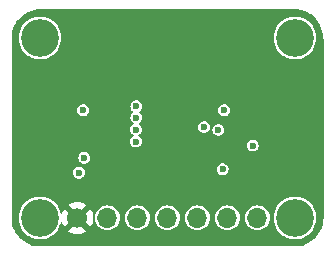
<source format=gbr>
%TF.GenerationSoftware,KiCad,Pcbnew,8.0.3-8.0.3-0~ubuntu23.10.1*%
%TF.CreationDate,2024-08-01T21:15:56-04:00*%
%TF.ProjectId,OPT4001,4f505434-3030-4312-9e6b-696361645f70,rev?*%
%TF.SameCoordinates,Original*%
%TF.FileFunction,Copper,L3,Inr*%
%TF.FilePolarity,Positive*%
%FSLAX46Y46*%
G04 Gerber Fmt 4.6, Leading zero omitted, Abs format (unit mm)*
G04 Created by KiCad (PCBNEW 8.0.3-8.0.3-0~ubuntu23.10.1) date 2024-08-01 21:15:56*
%MOMM*%
%LPD*%
G01*
G04 APERTURE LIST*
%TA.AperFunction,ComponentPad*%
%ADD10C,3.200000*%
%TD*%
%TA.AperFunction,ComponentPad*%
%ADD11O,1.700000X1.700000*%
%TD*%
%TA.AperFunction,ComponentPad*%
%ADD12C,1.700000*%
%TD*%
%TA.AperFunction,ViaPad*%
%ADD13C,0.600000*%
%TD*%
G04 APERTURE END LIST*
D10*
%TO.N,unconnected-(H1-Pad1)*%
%TO.C,H1*%
X108204000Y-87630000D03*
%TD*%
%TO.N,unconnected-(H4-Pad1)*%
%TO.C,H4*%
X129794000Y-87630000D03*
%TD*%
%TO.N,unconnected-(H3-Pad1)*%
%TO.C,H3*%
X108204000Y-102870000D03*
%TD*%
%TO.N,unconnected-(H2-Pad1)*%
%TO.C,H2*%
X129794000Y-102870000D03*
%TD*%
D11*
%TO.N,/INT*%
%TO.C,J3*%
X126614000Y-102870000D03*
%TO.N,GND*%
X124074000Y-102870000D03*
%TO.N,/SDA*%
X121534000Y-102870000D03*
%TO.N,/SCL*%
X118994000Y-102870000D03*
%TO.N,GND*%
X116454000Y-102870000D03*
%TO.N,+3.3V*%
X113914000Y-102870000D03*
D12*
%TO.N,VDD*%
X111374000Y-102870000D03*
%TD*%
D13*
%TO.N,GND*%
X111950000Y-97790000D03*
X116320000Y-96410000D03*
X116360000Y-93430000D03*
X126210000Y-96750000D03*
X111850000Y-93750000D03*
%TO.N,/SCL*%
X123310000Y-95430000D03*
X123800000Y-93750000D03*
%TO.N,VDD*%
X124580000Y-99790000D03*
X126210000Y-95750000D03*
X120420000Y-97310000D03*
X120450000Y-93190000D03*
X111850000Y-94750000D03*
X117350000Y-98740000D03*
%TO.N,/INT*%
X122100000Y-95180000D03*
X123660000Y-98740000D03*
%TO.N,+3.3V*%
X111500000Y-99040000D03*
X116370000Y-94380000D03*
%TO.N,Net-(JP1-B)*%
X116320000Y-95390000D03*
%TD*%
%TA.AperFunction,Conductor*%
%TO.N,VDD*%
G36*
X129766884Y-85207613D02*
G01*
X130052036Y-85224862D01*
X130059503Y-85225769D01*
X130338629Y-85276921D01*
X130345956Y-85278727D01*
X130544347Y-85340548D01*
X130616871Y-85363147D01*
X130623927Y-85365822D01*
X130882707Y-85482289D01*
X130889377Y-85485791D01*
X131044035Y-85579285D01*
X131132219Y-85632594D01*
X131138430Y-85636881D01*
X131361809Y-85811888D01*
X131367458Y-85816893D01*
X131568106Y-86017541D01*
X131573111Y-86023190D01*
X131748118Y-86246569D01*
X131752405Y-86252780D01*
X131899205Y-86495616D01*
X131902713Y-86502299D01*
X132019176Y-86761071D01*
X132021852Y-86768128D01*
X132106272Y-87039043D01*
X132108078Y-87046371D01*
X132159228Y-87325483D01*
X132160138Y-87332976D01*
X132175991Y-87595071D01*
X132175899Y-87597521D01*
X132177385Y-87621971D01*
X132177500Y-87625761D01*
X132177500Y-87649102D01*
X132177629Y-87649669D01*
X132190183Y-87675440D01*
X132190305Y-87675692D01*
X132200310Y-87696466D01*
X132206500Y-87723585D01*
X132206500Y-102868110D01*
X132206386Y-102871884D01*
X132189138Y-103157023D01*
X132188228Y-103164515D01*
X132137078Y-103443628D01*
X132135272Y-103450956D01*
X132050852Y-103721871D01*
X132048176Y-103728928D01*
X131931713Y-103987700D01*
X131928205Y-103994383D01*
X131781405Y-104237219D01*
X131777118Y-104243430D01*
X131602111Y-104466809D01*
X131597106Y-104472458D01*
X131396458Y-104673106D01*
X131390809Y-104678111D01*
X131167430Y-104853118D01*
X131161219Y-104857405D01*
X130918383Y-105004205D01*
X130911700Y-105007713D01*
X130652928Y-105124176D01*
X130645871Y-105126852D01*
X130374956Y-105211272D01*
X130367628Y-105213078D01*
X130088515Y-105264228D01*
X130081023Y-105265138D01*
X129795885Y-105282386D01*
X129792111Y-105282500D01*
X108205889Y-105282500D01*
X108202115Y-105282386D01*
X107916976Y-105265138D01*
X107909484Y-105264228D01*
X107630371Y-105213078D01*
X107623043Y-105211272D01*
X107352128Y-105126852D01*
X107345071Y-105124176D01*
X107086299Y-105007713D01*
X107079616Y-105004205D01*
X106836780Y-104857405D01*
X106830569Y-104853118D01*
X106607190Y-104678111D01*
X106601541Y-104673106D01*
X106400893Y-104472458D01*
X106395888Y-104466809D01*
X106220881Y-104243430D01*
X106216594Y-104237219D01*
X106209302Y-104225157D01*
X106069791Y-103994377D01*
X106066289Y-103987707D01*
X105949822Y-103728927D01*
X105947147Y-103721871D01*
X105862727Y-103450956D01*
X105860921Y-103443628D01*
X105847428Y-103370000D01*
X105809769Y-103164503D01*
X105808862Y-103157034D01*
X105791614Y-102871883D01*
X105791557Y-102869996D01*
X106398451Y-102869996D01*
X106398451Y-102870003D01*
X106418617Y-103139102D01*
X106418617Y-103139104D01*
X106478663Y-103402188D01*
X106478666Y-103402195D01*
X106577257Y-103653398D01*
X106712185Y-103887102D01*
X106712187Y-103887105D01*
X106712191Y-103887111D01*
X106880432Y-104098077D01*
X106880435Y-104098080D01*
X106880439Y-104098085D01*
X107078259Y-104281635D01*
X107078264Y-104281638D01*
X107078267Y-104281641D01*
X107219101Y-104377659D01*
X107301226Y-104433651D01*
X107544359Y-104550738D01*
X107684469Y-104593956D01*
X107802217Y-104630277D01*
X107802221Y-104630278D01*
X107802228Y-104630280D01*
X108069071Y-104670500D01*
X108069077Y-104670500D01*
X108338923Y-104670500D01*
X108338929Y-104670500D01*
X108605772Y-104630280D01*
X108863641Y-104550738D01*
X109106775Y-104433651D01*
X109329741Y-104281635D01*
X109527561Y-104098085D01*
X109695815Y-103887102D01*
X109830743Y-103653398D01*
X109929334Y-103402195D01*
X109936683Y-103370000D01*
X109960490Y-103265690D01*
X109988171Y-103226677D01*
X110035330Y-103218664D01*
X110074343Y-103246345D01*
X110081793Y-103263420D01*
X110100568Y-103333489D01*
X110200399Y-103547578D01*
X110259072Y-103631372D01*
X110259072Y-103631373D01*
X110891037Y-102999407D01*
X110908075Y-103062993D01*
X110973901Y-103177007D01*
X111066993Y-103270099D01*
X111181007Y-103335925D01*
X111244590Y-103352962D01*
X110612625Y-103984926D01*
X110696422Y-104043600D01*
X110696420Y-104043600D01*
X110910510Y-104143431D01*
X110910512Y-104143432D01*
X111138666Y-104204566D01*
X111138682Y-104204569D01*
X111373998Y-104225157D01*
X111374002Y-104225157D01*
X111609317Y-104204569D01*
X111609333Y-104204566D01*
X111837487Y-104143432D01*
X111837489Y-104143431D01*
X112051575Y-104043601D01*
X112135372Y-103984925D01*
X111503409Y-103352962D01*
X111566993Y-103335925D01*
X111681007Y-103270099D01*
X111774099Y-103177007D01*
X111839925Y-103062993D01*
X111856962Y-102999409D01*
X112488925Y-103631372D01*
X112547601Y-103547575D01*
X112647431Y-103333489D01*
X112647432Y-103333487D01*
X112708566Y-103105333D01*
X112708569Y-103105317D01*
X112729157Y-102870002D01*
X112729157Y-102869999D01*
X112858417Y-102869999D01*
X112858417Y-102870000D01*
X112878699Y-103075930D01*
X112878700Y-103075935D01*
X112938766Y-103273949D01*
X112938768Y-103273954D01*
X113036311Y-103456444D01*
X113036319Y-103456455D01*
X113167588Y-103616408D01*
X113167591Y-103616411D01*
X113212660Y-103653398D01*
X113327550Y-103747685D01*
X113327553Y-103747686D01*
X113327555Y-103747688D01*
X113402912Y-103787967D01*
X113510046Y-103845232D01*
X113708066Y-103905300D01*
X113914000Y-103925583D01*
X114119934Y-103905300D01*
X114317954Y-103845232D01*
X114500450Y-103747685D01*
X114660410Y-103616410D01*
X114791685Y-103456450D01*
X114889232Y-103273954D01*
X114949300Y-103075934D01*
X114969583Y-102870000D01*
X114969583Y-102869999D01*
X115398417Y-102869999D01*
X115398417Y-102870000D01*
X115418699Y-103075930D01*
X115418700Y-103075935D01*
X115478766Y-103273949D01*
X115478768Y-103273954D01*
X115576311Y-103456444D01*
X115576319Y-103456455D01*
X115707588Y-103616408D01*
X115707591Y-103616411D01*
X115752660Y-103653398D01*
X115867550Y-103747685D01*
X115867553Y-103747686D01*
X115867555Y-103747688D01*
X115942912Y-103787967D01*
X116050046Y-103845232D01*
X116248066Y-103905300D01*
X116454000Y-103925583D01*
X116659934Y-103905300D01*
X116857954Y-103845232D01*
X117040450Y-103747685D01*
X117200410Y-103616410D01*
X117331685Y-103456450D01*
X117429232Y-103273954D01*
X117489300Y-103075934D01*
X117509583Y-102870000D01*
X117509583Y-102869999D01*
X117938417Y-102869999D01*
X117938417Y-102870000D01*
X117958699Y-103075930D01*
X117958700Y-103075935D01*
X118018766Y-103273949D01*
X118018768Y-103273954D01*
X118116311Y-103456444D01*
X118116319Y-103456455D01*
X118247588Y-103616408D01*
X118247591Y-103616411D01*
X118292660Y-103653398D01*
X118407550Y-103747685D01*
X118407553Y-103747686D01*
X118407555Y-103747688D01*
X118482912Y-103787967D01*
X118590046Y-103845232D01*
X118788066Y-103905300D01*
X118994000Y-103925583D01*
X119199934Y-103905300D01*
X119397954Y-103845232D01*
X119580450Y-103747685D01*
X119740410Y-103616410D01*
X119871685Y-103456450D01*
X119969232Y-103273954D01*
X120029300Y-103075934D01*
X120049583Y-102870000D01*
X120049583Y-102869999D01*
X120478417Y-102869999D01*
X120478417Y-102870000D01*
X120498699Y-103075930D01*
X120498700Y-103075935D01*
X120558766Y-103273949D01*
X120558768Y-103273954D01*
X120656311Y-103456444D01*
X120656319Y-103456455D01*
X120787588Y-103616408D01*
X120787591Y-103616411D01*
X120832660Y-103653398D01*
X120947550Y-103747685D01*
X120947553Y-103747686D01*
X120947555Y-103747688D01*
X121022912Y-103787967D01*
X121130046Y-103845232D01*
X121328066Y-103905300D01*
X121534000Y-103925583D01*
X121739934Y-103905300D01*
X121937954Y-103845232D01*
X122120450Y-103747685D01*
X122280410Y-103616410D01*
X122411685Y-103456450D01*
X122509232Y-103273954D01*
X122569300Y-103075934D01*
X122589583Y-102870000D01*
X122589583Y-102869999D01*
X123018417Y-102869999D01*
X123018417Y-102870000D01*
X123038699Y-103075930D01*
X123038700Y-103075935D01*
X123098766Y-103273949D01*
X123098768Y-103273954D01*
X123196311Y-103456444D01*
X123196319Y-103456455D01*
X123327588Y-103616408D01*
X123327591Y-103616411D01*
X123372660Y-103653398D01*
X123487550Y-103747685D01*
X123487553Y-103747686D01*
X123487555Y-103747688D01*
X123562912Y-103787967D01*
X123670046Y-103845232D01*
X123868066Y-103905300D01*
X124074000Y-103925583D01*
X124279934Y-103905300D01*
X124477954Y-103845232D01*
X124660450Y-103747685D01*
X124820410Y-103616410D01*
X124951685Y-103456450D01*
X125049232Y-103273954D01*
X125109300Y-103075934D01*
X125129583Y-102870000D01*
X125129583Y-102869999D01*
X125558417Y-102869999D01*
X125558417Y-102870000D01*
X125578699Y-103075930D01*
X125578700Y-103075935D01*
X125638766Y-103273949D01*
X125638768Y-103273954D01*
X125736311Y-103456444D01*
X125736319Y-103456455D01*
X125867588Y-103616408D01*
X125867591Y-103616411D01*
X125912660Y-103653398D01*
X126027550Y-103747685D01*
X126027553Y-103747686D01*
X126027555Y-103747688D01*
X126102912Y-103787967D01*
X126210046Y-103845232D01*
X126408066Y-103905300D01*
X126614000Y-103925583D01*
X126819934Y-103905300D01*
X127017954Y-103845232D01*
X127200450Y-103747685D01*
X127360410Y-103616410D01*
X127491685Y-103456450D01*
X127589232Y-103273954D01*
X127649300Y-103075934D01*
X127669583Y-102870000D01*
X127669583Y-102869996D01*
X127988451Y-102869996D01*
X127988451Y-102870003D01*
X128008617Y-103139102D01*
X128008617Y-103139104D01*
X128068663Y-103402188D01*
X128068666Y-103402195D01*
X128167257Y-103653398D01*
X128302185Y-103887102D01*
X128302187Y-103887105D01*
X128302191Y-103887111D01*
X128470432Y-104098077D01*
X128470435Y-104098080D01*
X128470439Y-104098085D01*
X128668259Y-104281635D01*
X128668264Y-104281638D01*
X128668267Y-104281641D01*
X128809101Y-104377659D01*
X128891226Y-104433651D01*
X129134359Y-104550738D01*
X129274469Y-104593956D01*
X129392217Y-104630277D01*
X129392221Y-104630278D01*
X129392228Y-104630280D01*
X129659071Y-104670500D01*
X129659077Y-104670500D01*
X129928923Y-104670500D01*
X129928929Y-104670500D01*
X130195772Y-104630280D01*
X130453641Y-104550738D01*
X130696775Y-104433651D01*
X130919741Y-104281635D01*
X131117561Y-104098085D01*
X131285815Y-103887102D01*
X131420743Y-103653398D01*
X131519334Y-103402195D01*
X131526683Y-103370000D01*
X131551008Y-103263420D01*
X131579383Y-103139103D01*
X131599549Y-102870000D01*
X131599407Y-102868110D01*
X131594616Y-102804174D01*
X131579383Y-102600897D01*
X131535016Y-102406512D01*
X131519336Y-102337811D01*
X131498040Y-102283550D01*
X131420743Y-102086602D01*
X131285815Y-101852898D01*
X131285810Y-101852892D01*
X131285808Y-101852888D01*
X131117567Y-101641922D01*
X131117564Y-101641919D01*
X131117561Y-101641915D01*
X130919741Y-101458365D01*
X130919735Y-101458361D01*
X130919732Y-101458358D01*
X130696775Y-101306349D01*
X130453641Y-101189262D01*
X130453638Y-101189261D01*
X130453636Y-101189260D01*
X130453632Y-101189259D01*
X130195782Y-101109722D01*
X130195773Y-101109720D01*
X130062350Y-101089610D01*
X129928929Y-101069500D01*
X129659071Y-101069500D01*
X129392226Y-101109720D01*
X129392217Y-101109722D01*
X129134367Y-101189259D01*
X129134363Y-101189260D01*
X128891225Y-101306349D01*
X128668267Y-101458358D01*
X128668260Y-101458363D01*
X128668259Y-101458365D01*
X128470439Y-101641915D01*
X128470437Y-101641917D01*
X128470432Y-101641922D01*
X128302191Y-101852888D01*
X128167258Y-102086599D01*
X128068663Y-102337811D01*
X128008617Y-102600895D01*
X128008617Y-102600897D01*
X127988451Y-102869996D01*
X127669583Y-102869996D01*
X127649300Y-102664066D01*
X127589232Y-102466046D01*
X127491685Y-102283550D01*
X127360410Y-102123590D01*
X127342176Y-102108626D01*
X127200455Y-101992319D01*
X127200453Y-101992318D01*
X127200450Y-101992315D01*
X127200448Y-101992313D01*
X127200444Y-101992311D01*
X127017954Y-101894768D01*
X127017949Y-101894766D01*
X126819935Y-101834700D01*
X126819930Y-101834699D01*
X126614000Y-101814417D01*
X126408069Y-101834699D01*
X126408064Y-101834700D01*
X126210050Y-101894766D01*
X126210045Y-101894768D01*
X126027555Y-101992311D01*
X126027544Y-101992319D01*
X125867591Y-102123588D01*
X125867588Y-102123591D01*
X125736319Y-102283544D01*
X125736311Y-102283555D01*
X125638768Y-102466045D01*
X125638766Y-102466050D01*
X125578700Y-102664064D01*
X125578699Y-102664069D01*
X125558417Y-102869999D01*
X125129583Y-102869999D01*
X125109300Y-102664066D01*
X125049232Y-102466046D01*
X124951685Y-102283550D01*
X124820410Y-102123590D01*
X124802176Y-102108626D01*
X124660455Y-101992319D01*
X124660453Y-101992318D01*
X124660450Y-101992315D01*
X124660448Y-101992313D01*
X124660444Y-101992311D01*
X124477954Y-101894768D01*
X124477949Y-101894766D01*
X124279935Y-101834700D01*
X124279930Y-101834699D01*
X124074000Y-101814417D01*
X123868069Y-101834699D01*
X123868064Y-101834700D01*
X123670050Y-101894766D01*
X123670045Y-101894768D01*
X123487555Y-101992311D01*
X123487544Y-101992319D01*
X123327591Y-102123588D01*
X123327588Y-102123591D01*
X123196319Y-102283544D01*
X123196311Y-102283555D01*
X123098768Y-102466045D01*
X123098766Y-102466050D01*
X123038700Y-102664064D01*
X123038699Y-102664069D01*
X123018417Y-102869999D01*
X122589583Y-102869999D01*
X122569300Y-102664066D01*
X122509232Y-102466046D01*
X122411685Y-102283550D01*
X122280410Y-102123590D01*
X122262176Y-102108626D01*
X122120455Y-101992319D01*
X122120453Y-101992318D01*
X122120450Y-101992315D01*
X122120448Y-101992313D01*
X122120444Y-101992311D01*
X121937954Y-101894768D01*
X121937949Y-101894766D01*
X121739935Y-101834700D01*
X121739930Y-101834699D01*
X121534000Y-101814417D01*
X121328069Y-101834699D01*
X121328064Y-101834700D01*
X121130050Y-101894766D01*
X121130045Y-101894768D01*
X120947555Y-101992311D01*
X120947544Y-101992319D01*
X120787591Y-102123588D01*
X120787588Y-102123591D01*
X120656319Y-102283544D01*
X120656311Y-102283555D01*
X120558768Y-102466045D01*
X120558766Y-102466050D01*
X120498700Y-102664064D01*
X120498699Y-102664069D01*
X120478417Y-102869999D01*
X120049583Y-102869999D01*
X120029300Y-102664066D01*
X119969232Y-102466046D01*
X119871685Y-102283550D01*
X119740410Y-102123590D01*
X119722176Y-102108626D01*
X119580455Y-101992319D01*
X119580453Y-101992318D01*
X119580450Y-101992315D01*
X119580448Y-101992313D01*
X119580444Y-101992311D01*
X119397954Y-101894768D01*
X119397949Y-101894766D01*
X119199935Y-101834700D01*
X119199930Y-101834699D01*
X118994000Y-101814417D01*
X118788069Y-101834699D01*
X118788064Y-101834700D01*
X118590050Y-101894766D01*
X118590045Y-101894768D01*
X118407555Y-101992311D01*
X118407544Y-101992319D01*
X118247591Y-102123588D01*
X118247588Y-102123591D01*
X118116319Y-102283544D01*
X118116311Y-102283555D01*
X118018768Y-102466045D01*
X118018766Y-102466050D01*
X117958700Y-102664064D01*
X117958699Y-102664069D01*
X117938417Y-102869999D01*
X117509583Y-102869999D01*
X117489300Y-102664066D01*
X117429232Y-102466046D01*
X117331685Y-102283550D01*
X117200410Y-102123590D01*
X117182176Y-102108626D01*
X117040455Y-101992319D01*
X117040453Y-101992318D01*
X117040450Y-101992315D01*
X117040448Y-101992313D01*
X117040444Y-101992311D01*
X116857954Y-101894768D01*
X116857949Y-101894766D01*
X116659935Y-101834700D01*
X116659930Y-101834699D01*
X116454000Y-101814417D01*
X116248069Y-101834699D01*
X116248064Y-101834700D01*
X116050050Y-101894766D01*
X116050045Y-101894768D01*
X115867555Y-101992311D01*
X115867544Y-101992319D01*
X115707591Y-102123588D01*
X115707588Y-102123591D01*
X115576319Y-102283544D01*
X115576311Y-102283555D01*
X115478768Y-102466045D01*
X115478766Y-102466050D01*
X115418700Y-102664064D01*
X115418699Y-102664069D01*
X115398417Y-102869999D01*
X114969583Y-102869999D01*
X114949300Y-102664066D01*
X114889232Y-102466046D01*
X114791685Y-102283550D01*
X114660410Y-102123590D01*
X114642176Y-102108626D01*
X114500455Y-101992319D01*
X114500453Y-101992318D01*
X114500450Y-101992315D01*
X114500448Y-101992313D01*
X114500444Y-101992311D01*
X114317954Y-101894768D01*
X114317949Y-101894766D01*
X114119935Y-101834700D01*
X114119930Y-101834699D01*
X113914000Y-101814417D01*
X113708069Y-101834699D01*
X113708064Y-101834700D01*
X113510050Y-101894766D01*
X113510045Y-101894768D01*
X113327555Y-101992311D01*
X113327544Y-101992319D01*
X113167591Y-102123588D01*
X113167588Y-102123591D01*
X113036319Y-102283544D01*
X113036311Y-102283555D01*
X112938768Y-102466045D01*
X112938766Y-102466050D01*
X112878700Y-102664064D01*
X112878699Y-102664069D01*
X112858417Y-102869999D01*
X112729157Y-102869999D01*
X112729157Y-102869997D01*
X112708569Y-102634682D01*
X112708566Y-102634666D01*
X112647432Y-102406512D01*
X112647431Y-102406510D01*
X112547600Y-102192422D01*
X112488926Y-102108625D01*
X111856962Y-102740589D01*
X111839925Y-102677007D01*
X111774099Y-102562993D01*
X111681007Y-102469901D01*
X111566993Y-102404075D01*
X111503407Y-102387037D01*
X112135373Y-101755072D01*
X112051577Y-101696399D01*
X112051579Y-101696399D01*
X111837489Y-101596568D01*
X111837487Y-101596567D01*
X111609333Y-101535433D01*
X111609317Y-101535430D01*
X111374002Y-101514843D01*
X111373998Y-101514843D01*
X111138682Y-101535430D01*
X111138666Y-101535433D01*
X110910512Y-101596567D01*
X110910510Y-101596568D01*
X110696426Y-101696397D01*
X110612626Y-101755073D01*
X111244590Y-102387037D01*
X111181007Y-102404075D01*
X111066993Y-102469901D01*
X110973901Y-102562993D01*
X110908075Y-102677007D01*
X110891037Y-102740590D01*
X110259073Y-102108626D01*
X110200397Y-102192426D01*
X110100568Y-102406510D01*
X110081793Y-102476579D01*
X110052672Y-102514529D01*
X110005246Y-102520772D01*
X109967296Y-102491651D01*
X109960490Y-102474309D01*
X109929336Y-102337811D01*
X109908040Y-102283550D01*
X109830743Y-102086602D01*
X109695815Y-101852898D01*
X109695810Y-101852892D01*
X109695808Y-101852888D01*
X109527567Y-101641922D01*
X109527564Y-101641919D01*
X109527561Y-101641915D01*
X109329741Y-101458365D01*
X109329735Y-101458361D01*
X109329732Y-101458358D01*
X109106775Y-101306349D01*
X108863641Y-101189262D01*
X108863638Y-101189261D01*
X108863636Y-101189260D01*
X108863632Y-101189259D01*
X108605782Y-101109722D01*
X108605773Y-101109720D01*
X108472350Y-101089610D01*
X108338929Y-101069500D01*
X108069071Y-101069500D01*
X107802226Y-101109720D01*
X107802217Y-101109722D01*
X107544367Y-101189259D01*
X107544363Y-101189260D01*
X107301225Y-101306349D01*
X107078267Y-101458358D01*
X107078260Y-101458363D01*
X107078259Y-101458365D01*
X106880439Y-101641915D01*
X106880437Y-101641917D01*
X106880432Y-101641922D01*
X106712191Y-101852888D01*
X106577258Y-102086599D01*
X106478663Y-102337811D01*
X106418617Y-102600895D01*
X106418617Y-102600897D01*
X106398451Y-102869996D01*
X105791557Y-102869996D01*
X105791500Y-102868110D01*
X105791500Y-99040000D01*
X110994353Y-99040000D01*
X111014834Y-99182455D01*
X111074623Y-99313372D01*
X111074623Y-99313374D01*
X111168871Y-99422142D01*
X111168872Y-99422143D01*
X111289947Y-99499953D01*
X111289949Y-99499953D01*
X111289950Y-99499954D01*
X111428036Y-99540499D01*
X111428038Y-99540500D01*
X111428039Y-99540500D01*
X111571962Y-99540500D01*
X111571962Y-99540499D01*
X111710053Y-99499953D01*
X111831128Y-99422143D01*
X111925377Y-99313373D01*
X111985165Y-99182457D01*
X112005647Y-99040000D01*
X111985165Y-98897543D01*
X111925377Y-98766627D01*
X111925376Y-98766625D01*
X111902305Y-98740000D01*
X123154353Y-98740000D01*
X123174834Y-98882455D01*
X123234623Y-99013372D01*
X123234623Y-99013374D01*
X123257695Y-99040000D01*
X123328872Y-99122143D01*
X123449947Y-99199953D01*
X123449949Y-99199953D01*
X123449950Y-99199954D01*
X123588036Y-99240499D01*
X123588038Y-99240500D01*
X123588039Y-99240500D01*
X123731962Y-99240500D01*
X123731962Y-99240499D01*
X123870053Y-99199953D01*
X123991128Y-99122143D01*
X124085377Y-99013373D01*
X124145165Y-98882457D01*
X124165647Y-98740000D01*
X124145165Y-98597543D01*
X124085377Y-98466627D01*
X124085376Y-98466625D01*
X123991128Y-98357857D01*
X123870053Y-98280047D01*
X123870051Y-98280046D01*
X123870049Y-98280045D01*
X123731963Y-98239500D01*
X123731961Y-98239500D01*
X123588039Y-98239500D01*
X123588037Y-98239500D01*
X123449950Y-98280045D01*
X123328871Y-98357857D01*
X123234623Y-98466625D01*
X123234623Y-98466627D01*
X123174834Y-98597544D01*
X123154353Y-98740000D01*
X111902305Y-98740000D01*
X111831128Y-98657857D01*
X111710053Y-98580047D01*
X111710051Y-98580046D01*
X111710049Y-98580045D01*
X111571963Y-98539500D01*
X111571961Y-98539500D01*
X111428039Y-98539500D01*
X111428037Y-98539500D01*
X111289950Y-98580045D01*
X111168871Y-98657857D01*
X111074623Y-98766625D01*
X111074623Y-98766627D01*
X111014834Y-98897544D01*
X110994353Y-99040000D01*
X105791500Y-99040000D01*
X105791500Y-97790000D01*
X111444353Y-97790000D01*
X111464834Y-97932455D01*
X111524623Y-98063372D01*
X111524623Y-98063374D01*
X111618871Y-98172142D01*
X111618872Y-98172143D01*
X111739947Y-98249953D01*
X111739949Y-98249953D01*
X111739950Y-98249954D01*
X111878036Y-98290499D01*
X111878038Y-98290500D01*
X111878039Y-98290500D01*
X112021962Y-98290500D01*
X112021962Y-98290499D01*
X112160053Y-98249953D01*
X112281128Y-98172143D01*
X112375377Y-98063373D01*
X112435165Y-97932457D01*
X112455647Y-97790000D01*
X112435165Y-97647543D01*
X112375377Y-97516627D01*
X112375376Y-97516625D01*
X112281128Y-97407857D01*
X112160053Y-97330047D01*
X112160051Y-97330046D01*
X112160049Y-97330045D01*
X112021963Y-97289500D01*
X112021961Y-97289500D01*
X111878039Y-97289500D01*
X111878037Y-97289500D01*
X111739950Y-97330045D01*
X111618871Y-97407857D01*
X111524623Y-97516625D01*
X111524623Y-97516627D01*
X111464834Y-97647544D01*
X111444353Y-97790000D01*
X105791500Y-97790000D01*
X105791500Y-95390000D01*
X115814353Y-95390000D01*
X115834834Y-95532455D01*
X115834835Y-95532457D01*
X115883927Y-95639953D01*
X115894623Y-95663372D01*
X115894623Y-95663374D01*
X115988871Y-95772143D01*
X116051112Y-95812142D01*
X116106008Y-95847422D01*
X116133290Y-95886714D01*
X116124797Y-95933790D01*
X116106009Y-95952577D01*
X116076061Y-95971824D01*
X115988871Y-96027856D01*
X115894623Y-96136625D01*
X115894623Y-96136627D01*
X115834834Y-96267544D01*
X115814353Y-96410000D01*
X115834834Y-96552455D01*
X115894623Y-96683372D01*
X115894623Y-96683374D01*
X115952355Y-96750000D01*
X115988872Y-96792143D01*
X116109947Y-96869953D01*
X116186589Y-96892457D01*
X116248036Y-96910499D01*
X116248038Y-96910500D01*
X116248039Y-96910500D01*
X116391962Y-96910500D01*
X116391962Y-96910499D01*
X116530053Y-96869953D01*
X116651128Y-96792143D01*
X116687645Y-96750000D01*
X125704353Y-96750000D01*
X125724834Y-96892455D01*
X125784623Y-97023372D01*
X125784623Y-97023374D01*
X125878871Y-97132142D01*
X125878872Y-97132143D01*
X125999947Y-97209953D01*
X125999949Y-97209953D01*
X125999950Y-97209954D01*
X126138036Y-97250499D01*
X126138038Y-97250500D01*
X126138039Y-97250500D01*
X126281962Y-97250500D01*
X126281962Y-97250499D01*
X126420053Y-97209953D01*
X126541128Y-97132143D01*
X126635377Y-97023373D01*
X126695165Y-96892457D01*
X126715647Y-96750000D01*
X126695165Y-96607543D01*
X126635377Y-96476627D01*
X126635376Y-96476625D01*
X126541128Y-96367857D01*
X126420053Y-96290047D01*
X126420051Y-96290046D01*
X126420049Y-96290045D01*
X126281963Y-96249500D01*
X126281961Y-96249500D01*
X126138039Y-96249500D01*
X126138037Y-96249500D01*
X125999950Y-96290045D01*
X125878871Y-96367857D01*
X125784623Y-96476625D01*
X125784623Y-96476627D01*
X125724834Y-96607544D01*
X125704353Y-96750000D01*
X116687645Y-96750000D01*
X116745377Y-96683373D01*
X116805165Y-96552457D01*
X116825647Y-96410000D01*
X116805165Y-96267543D01*
X116745377Y-96136627D01*
X116745376Y-96136625D01*
X116651128Y-96027857D01*
X116651126Y-96027856D01*
X116533989Y-95952576D01*
X116506709Y-95913286D01*
X116515202Y-95866210D01*
X116533987Y-95847424D01*
X116651128Y-95772143D01*
X116745377Y-95663373D01*
X116805165Y-95532457D01*
X116825647Y-95390000D01*
X116805165Y-95247543D01*
X116774319Y-95180000D01*
X121594353Y-95180000D01*
X121614834Y-95322455D01*
X121674623Y-95453372D01*
X121674623Y-95453374D01*
X121743147Y-95532455D01*
X121768872Y-95562143D01*
X121889947Y-95639953D01*
X121889949Y-95639953D01*
X121889950Y-95639954D01*
X122028036Y-95680499D01*
X122028038Y-95680500D01*
X122028039Y-95680500D01*
X122171962Y-95680500D01*
X122171962Y-95680499D01*
X122310053Y-95639953D01*
X122431128Y-95562143D01*
X122525377Y-95453373D01*
X122536051Y-95430000D01*
X122804353Y-95430000D01*
X122824834Y-95572455D01*
X122824835Y-95572457D01*
X122866355Y-95663373D01*
X122884623Y-95703372D01*
X122884623Y-95703374D01*
X122944211Y-95772142D01*
X122978872Y-95812143D01*
X123099947Y-95889953D01*
X123099949Y-95889953D01*
X123099950Y-95889954D01*
X123238036Y-95930499D01*
X123238038Y-95930500D01*
X123238039Y-95930500D01*
X123381962Y-95930500D01*
X123381962Y-95930499D01*
X123520053Y-95889953D01*
X123641128Y-95812143D01*
X123735377Y-95703373D01*
X123795165Y-95572457D01*
X123815647Y-95430000D01*
X123795165Y-95287543D01*
X123735377Y-95156627D01*
X123735376Y-95156625D01*
X123641128Y-95047857D01*
X123625079Y-95037543D01*
X123520053Y-94970047D01*
X123520051Y-94970046D01*
X123520049Y-94970045D01*
X123381963Y-94929500D01*
X123381961Y-94929500D01*
X123238039Y-94929500D01*
X123238037Y-94929500D01*
X123099950Y-94970045D01*
X122978871Y-95047857D01*
X122884623Y-95156625D01*
X122884623Y-95156627D01*
X122824834Y-95287544D01*
X122804353Y-95430000D01*
X122536051Y-95430000D01*
X122585165Y-95322457D01*
X122605647Y-95180000D01*
X122585165Y-95037543D01*
X122525377Y-94906627D01*
X122525376Y-94906625D01*
X122431128Y-94797857D01*
X122375559Y-94762145D01*
X122310053Y-94720047D01*
X122310051Y-94720046D01*
X122310049Y-94720045D01*
X122171963Y-94679500D01*
X122171961Y-94679500D01*
X122028039Y-94679500D01*
X122028037Y-94679500D01*
X121889950Y-94720045D01*
X121768871Y-94797857D01*
X121674623Y-94906625D01*
X121674623Y-94906627D01*
X121614834Y-95037544D01*
X121594353Y-95180000D01*
X116774319Y-95180000D01*
X116745377Y-95116627D01*
X116745376Y-95116625D01*
X116651126Y-95007854D01*
X116564639Y-94952273D01*
X116537357Y-94912980D01*
X116545851Y-94865905D01*
X116576509Y-94842959D01*
X116575985Y-94841811D01*
X116580047Y-94839955D01*
X116580047Y-94839954D01*
X116580053Y-94839953D01*
X116701128Y-94762143D01*
X116795377Y-94653373D01*
X116855165Y-94522457D01*
X116875647Y-94380000D01*
X116855165Y-94237543D01*
X116795377Y-94106627D01*
X116795376Y-94106625D01*
X116701126Y-93997854D01*
X116633453Y-93954364D01*
X116606171Y-93915071D01*
X116614665Y-93867996D01*
X116633451Y-93849209D01*
X116691128Y-93812143D01*
X116744975Y-93750000D01*
X123294353Y-93750000D01*
X123314834Y-93892455D01*
X123314835Y-93892457D01*
X123346042Y-93960791D01*
X123374623Y-94023372D01*
X123374623Y-94023374D01*
X123446762Y-94106627D01*
X123468872Y-94132143D01*
X123589947Y-94209953D01*
X123683914Y-94237544D01*
X123728036Y-94250499D01*
X123728038Y-94250500D01*
X123728039Y-94250500D01*
X123871962Y-94250500D01*
X123871962Y-94250499D01*
X124010053Y-94209953D01*
X124131128Y-94132143D01*
X124225377Y-94023373D01*
X124285165Y-93892457D01*
X124305647Y-93750000D01*
X124285165Y-93607543D01*
X124225377Y-93476627D01*
X124225376Y-93476625D01*
X124131128Y-93367857D01*
X124010053Y-93290047D01*
X124010051Y-93290046D01*
X124010049Y-93290045D01*
X123871963Y-93249500D01*
X123871961Y-93249500D01*
X123728039Y-93249500D01*
X123728037Y-93249500D01*
X123589950Y-93290045D01*
X123468871Y-93367857D01*
X123374623Y-93476625D01*
X123374623Y-93476627D01*
X123314834Y-93607544D01*
X123294353Y-93750000D01*
X116744975Y-93750000D01*
X116785377Y-93703373D01*
X116845165Y-93572457D01*
X116865647Y-93430000D01*
X116845165Y-93287543D01*
X116785377Y-93156627D01*
X116785376Y-93156625D01*
X116691128Y-93047857D01*
X116570053Y-92970047D01*
X116570051Y-92970046D01*
X116570049Y-92970045D01*
X116431963Y-92929500D01*
X116431961Y-92929500D01*
X116288039Y-92929500D01*
X116288037Y-92929500D01*
X116149950Y-92970045D01*
X116028871Y-93047857D01*
X115934623Y-93156625D01*
X115934623Y-93156627D01*
X115874834Y-93287544D01*
X115854353Y-93430000D01*
X115874834Y-93572455D01*
X115934623Y-93703372D01*
X115934623Y-93703374D01*
X116028871Y-93812143D01*
X116073149Y-93840598D01*
X116096546Y-93855634D01*
X116123828Y-93894927D01*
X116115335Y-93942003D01*
X116096546Y-93960791D01*
X116038873Y-93997854D01*
X115944623Y-94106625D01*
X115944623Y-94106627D01*
X115884834Y-94237544D01*
X115864353Y-94380000D01*
X115884834Y-94522455D01*
X115944623Y-94653372D01*
X115944623Y-94653374D01*
X116038873Y-94762145D01*
X116125360Y-94817726D01*
X116152642Y-94857018D01*
X116144148Y-94904094D01*
X116113492Y-94927045D01*
X116114015Y-94928189D01*
X116109952Y-94930044D01*
X115988871Y-95007857D01*
X115894623Y-95116625D01*
X115894623Y-95116627D01*
X115834834Y-95247544D01*
X115814353Y-95390000D01*
X105791500Y-95390000D01*
X105791500Y-93750000D01*
X111344353Y-93750000D01*
X111364834Y-93892455D01*
X111364835Y-93892457D01*
X111396042Y-93960791D01*
X111424623Y-94023372D01*
X111424623Y-94023374D01*
X111496762Y-94106627D01*
X111518872Y-94132143D01*
X111639947Y-94209953D01*
X111733914Y-94237544D01*
X111778036Y-94250499D01*
X111778038Y-94250500D01*
X111778039Y-94250500D01*
X111921962Y-94250500D01*
X111921962Y-94250499D01*
X112060053Y-94209953D01*
X112181128Y-94132143D01*
X112275377Y-94023373D01*
X112335165Y-93892457D01*
X112355647Y-93750000D01*
X112335165Y-93607543D01*
X112275377Y-93476627D01*
X112275376Y-93476625D01*
X112181128Y-93367857D01*
X112060053Y-93290047D01*
X112060051Y-93290046D01*
X112060049Y-93290045D01*
X111921963Y-93249500D01*
X111921961Y-93249500D01*
X111778039Y-93249500D01*
X111778037Y-93249500D01*
X111639950Y-93290045D01*
X111518871Y-93367857D01*
X111424623Y-93476625D01*
X111424623Y-93476627D01*
X111364834Y-93607544D01*
X111344353Y-93750000D01*
X105791500Y-93750000D01*
X105791500Y-87629996D01*
X106398451Y-87629996D01*
X106398451Y-87630003D01*
X106418617Y-87899102D01*
X106418617Y-87899104D01*
X106478663Y-88162188D01*
X106478666Y-88162195D01*
X106577257Y-88413398D01*
X106712185Y-88647102D01*
X106712187Y-88647105D01*
X106712191Y-88647111D01*
X106880432Y-88858077D01*
X106880435Y-88858080D01*
X106880439Y-88858085D01*
X107078259Y-89041635D01*
X107078264Y-89041638D01*
X107078267Y-89041641D01*
X107219101Y-89137659D01*
X107301226Y-89193651D01*
X107544359Y-89310738D01*
X107684469Y-89353956D01*
X107802217Y-89390277D01*
X107802221Y-89390278D01*
X107802228Y-89390280D01*
X108069071Y-89430500D01*
X108069077Y-89430500D01*
X108338923Y-89430500D01*
X108338929Y-89430500D01*
X108605772Y-89390280D01*
X108863641Y-89310738D01*
X109106775Y-89193651D01*
X109329741Y-89041635D01*
X109527561Y-88858085D01*
X109695815Y-88647102D01*
X109830743Y-88413398D01*
X109929334Y-88162195D01*
X109989383Y-87899103D01*
X110009549Y-87630000D01*
X110009549Y-87629996D01*
X127988451Y-87629996D01*
X127988451Y-87630003D01*
X128008617Y-87899102D01*
X128008617Y-87899104D01*
X128068663Y-88162188D01*
X128068666Y-88162195D01*
X128167257Y-88413398D01*
X128302185Y-88647102D01*
X128302187Y-88647105D01*
X128302191Y-88647111D01*
X128470432Y-88858077D01*
X128470435Y-88858080D01*
X128470439Y-88858085D01*
X128668259Y-89041635D01*
X128668264Y-89041638D01*
X128668267Y-89041641D01*
X128809101Y-89137659D01*
X128891226Y-89193651D01*
X129134359Y-89310738D01*
X129274469Y-89353956D01*
X129392217Y-89390277D01*
X129392221Y-89390278D01*
X129392228Y-89390280D01*
X129659071Y-89430500D01*
X129659077Y-89430500D01*
X129928923Y-89430500D01*
X129928929Y-89430500D01*
X130195772Y-89390280D01*
X130453641Y-89310738D01*
X130696775Y-89193651D01*
X130919741Y-89041635D01*
X131117561Y-88858085D01*
X131285815Y-88647102D01*
X131420743Y-88413398D01*
X131519334Y-88162195D01*
X131579383Y-87899103D01*
X131599549Y-87630000D01*
X131599231Y-87625761D01*
X131593323Y-87546919D01*
X131579383Y-87360897D01*
X131551305Y-87237881D01*
X131519336Y-87097811D01*
X131496271Y-87039043D01*
X131420743Y-86846602D01*
X131285815Y-86612898D01*
X131285810Y-86612892D01*
X131285808Y-86612888D01*
X131117567Y-86401922D01*
X131117564Y-86401919D01*
X131117561Y-86401915D01*
X130919741Y-86218365D01*
X130919735Y-86218361D01*
X130919732Y-86218358D01*
X130696775Y-86066349D01*
X130607154Y-86023190D01*
X130453641Y-85949262D01*
X130453638Y-85949261D01*
X130453636Y-85949260D01*
X130453632Y-85949259D01*
X130195782Y-85869722D01*
X130195773Y-85869720D01*
X129996734Y-85839720D01*
X129928929Y-85829500D01*
X129659071Y-85829500D01*
X129392226Y-85869720D01*
X129392217Y-85869722D01*
X129134367Y-85949259D01*
X129134363Y-85949260D01*
X128891225Y-86066349D01*
X128668267Y-86218358D01*
X128668260Y-86218363D01*
X128668259Y-86218365D01*
X128470439Y-86401915D01*
X128470437Y-86401917D01*
X128470432Y-86401922D01*
X128302191Y-86612888D01*
X128167258Y-86846599D01*
X128068663Y-87097811D01*
X128008617Y-87360895D01*
X128008617Y-87360897D01*
X127988451Y-87629996D01*
X110009549Y-87629996D01*
X110009231Y-87625761D01*
X110003323Y-87546919D01*
X109989383Y-87360897D01*
X109961305Y-87237881D01*
X109929336Y-87097811D01*
X109906271Y-87039043D01*
X109830743Y-86846602D01*
X109695815Y-86612898D01*
X109695810Y-86612892D01*
X109695808Y-86612888D01*
X109527567Y-86401922D01*
X109527564Y-86401919D01*
X109527561Y-86401915D01*
X109329741Y-86218365D01*
X109329735Y-86218361D01*
X109329732Y-86218358D01*
X109106775Y-86066349D01*
X109017154Y-86023190D01*
X108863641Y-85949262D01*
X108863638Y-85949261D01*
X108863636Y-85949260D01*
X108863632Y-85949259D01*
X108605782Y-85869722D01*
X108605773Y-85869720D01*
X108406734Y-85839720D01*
X108338929Y-85829500D01*
X108069071Y-85829500D01*
X107802226Y-85869720D01*
X107802217Y-85869722D01*
X107544367Y-85949259D01*
X107544363Y-85949260D01*
X107301225Y-86066349D01*
X107078267Y-86218358D01*
X107078260Y-86218363D01*
X107078259Y-86218365D01*
X106880439Y-86401915D01*
X106880437Y-86401917D01*
X106880432Y-86401922D01*
X106712191Y-86612888D01*
X106577258Y-86846599D01*
X106478663Y-87097811D01*
X106418617Y-87360895D01*
X106418617Y-87360897D01*
X106398451Y-87629996D01*
X105791500Y-87629996D01*
X105791500Y-87415076D01*
X105792172Y-87405939D01*
X105817009Y-87237881D01*
X105831119Y-87142404D01*
X105832569Y-87135397D01*
X105902617Y-86873726D01*
X105904859Y-86866935D01*
X106004431Y-86615005D01*
X106007431Y-86608530D01*
X106135211Y-86369671D01*
X106138950Y-86363556D01*
X106293252Y-86140920D01*
X106297647Y-86135297D01*
X106476456Y-85931792D01*
X106481475Y-85926703D01*
X106682406Y-85745042D01*
X106687976Y-85740558D01*
X106908414Y-85583106D01*
X106914464Y-85579290D01*
X107151477Y-85448140D01*
X107157923Y-85445042D01*
X107408400Y-85341915D01*
X107415177Y-85339570D01*
X107675808Y-85265824D01*
X107682801Y-85264272D01*
X107950185Y-85220873D01*
X107957301Y-85220133D01*
X108229726Y-85207573D01*
X108233271Y-85207512D01*
X108260574Y-85207822D01*
X108260575Y-85207821D01*
X108265236Y-85207874D01*
X108268743Y-85207500D01*
X129735899Y-85207500D01*
X129763111Y-85207500D01*
X129766884Y-85207613D01*
G37*
%TD.AperFunction*%
%TD*%
M02*

</source>
